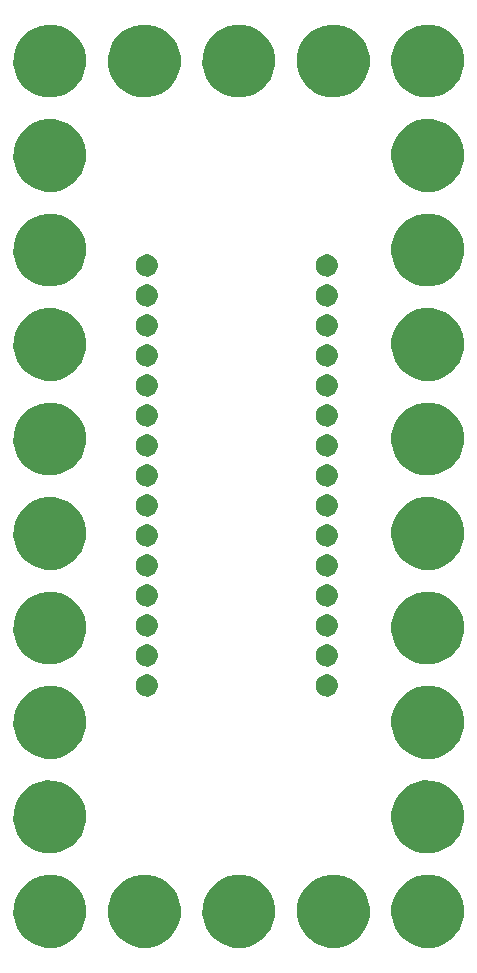
<source format=gbs>
%TF.GenerationSoftware,KiCad,Pcbnew,4.0.5-e0-6337~49~ubuntu16.04.1*%
%TF.CreationDate,2017-02-14T00:23:44-08:00*%
%TF.ProjectId,5x10-Arduino-Nano-Breakout,357831302D41726475696E6F2D4E616E,1.0*%
%TF.FileFunction,Soldermask,Bot*%
%FSLAX46Y46*%
G04 Gerber Fmt 4.6, Leading zero omitted, Abs format (unit mm)*
G04 Created by KiCad (PCBNEW 4.0.5-e0-6337~49~ubuntu16.04.1) date Tue Feb 14 00:23:44 2017*
%MOMM*%
%LPD*%
G01*
G04 APERTURE LIST*
%ADD10C,0.350000*%
G04 APERTURE END LIST*
D10*
G36*
X26486910Y-142371647D02*
X27077855Y-142492951D01*
X27633998Y-142726732D01*
X28134134Y-143064078D01*
X28559221Y-143492143D01*
X28893066Y-143994621D01*
X29122956Y-144552376D01*
X29240064Y-145143814D01*
X29240064Y-145143824D01*
X29240131Y-145144163D01*
X29230510Y-145833216D01*
X29230433Y-145833554D01*
X29230433Y-145833562D01*
X29096857Y-146421501D01*
X28851485Y-146972616D01*
X28503737Y-147465578D01*
X28066862Y-147881609D01*
X27557500Y-148204861D01*
X26995054Y-148423019D01*
X26400947Y-148527776D01*
X25797803Y-148515142D01*
X25208600Y-148385597D01*
X24655782Y-148144077D01*
X24160407Y-147799782D01*
X23741337Y-147365823D01*
X23414538Y-146858730D01*
X23192456Y-146297814D01*
X23083555Y-145704458D01*
X23091977Y-145101241D01*
X23217406Y-144511147D01*
X23455059Y-143956658D01*
X23795891Y-143458888D01*
X24226912Y-143036800D01*
X24731713Y-142706468D01*
X25291059Y-142480477D01*
X25883645Y-142367436D01*
X26486910Y-142371647D01*
X26486910Y-142371647D01*
G37*
G36*
X34485910Y-142371647D02*
X35076855Y-142492951D01*
X35632998Y-142726732D01*
X36133134Y-143064078D01*
X36558221Y-143492143D01*
X36892066Y-143994621D01*
X37121956Y-144552376D01*
X37239064Y-145143814D01*
X37239064Y-145143824D01*
X37239131Y-145144163D01*
X37229510Y-145833216D01*
X37229433Y-145833554D01*
X37229433Y-145833562D01*
X37095857Y-146421501D01*
X36850485Y-146972616D01*
X36502737Y-147465578D01*
X36065862Y-147881609D01*
X35556500Y-148204861D01*
X34994054Y-148423019D01*
X34399947Y-148527776D01*
X33796803Y-148515142D01*
X33207600Y-148385597D01*
X32654782Y-148144077D01*
X32159407Y-147799782D01*
X31740337Y-147365823D01*
X31413538Y-146858730D01*
X31191456Y-146297814D01*
X31082555Y-145704458D01*
X31090977Y-145101241D01*
X31216406Y-144511147D01*
X31454059Y-143956658D01*
X31794891Y-143458888D01*
X32225912Y-143036800D01*
X32730713Y-142706468D01*
X33290059Y-142480477D01*
X33882645Y-142367436D01*
X34485910Y-142371647D01*
X34485910Y-142371647D01*
G37*
G36*
X50485910Y-142371647D02*
X51076855Y-142492951D01*
X51632998Y-142726732D01*
X52133134Y-143064078D01*
X52558221Y-143492143D01*
X52892066Y-143994621D01*
X53121956Y-144552376D01*
X53239064Y-145143814D01*
X53239064Y-145143824D01*
X53239131Y-145144163D01*
X53229510Y-145833216D01*
X53229433Y-145833554D01*
X53229433Y-145833562D01*
X53095857Y-146421501D01*
X52850485Y-146972616D01*
X52502737Y-147465578D01*
X52065862Y-147881609D01*
X51556500Y-148204861D01*
X50994054Y-148423019D01*
X50399947Y-148527776D01*
X49796803Y-148515142D01*
X49207600Y-148385597D01*
X48654782Y-148144077D01*
X48159407Y-147799782D01*
X47740337Y-147365823D01*
X47413538Y-146858730D01*
X47191456Y-146297814D01*
X47082555Y-145704458D01*
X47090977Y-145101241D01*
X47216406Y-144511147D01*
X47454059Y-143956658D01*
X47794891Y-143458888D01*
X48225912Y-143036800D01*
X48730713Y-142706468D01*
X49290059Y-142480477D01*
X49882645Y-142367436D01*
X50485910Y-142371647D01*
X50485910Y-142371647D01*
G37*
G36*
X58485910Y-142371647D02*
X59076855Y-142492951D01*
X59632998Y-142726732D01*
X60133134Y-143064078D01*
X60558221Y-143492143D01*
X60892066Y-143994621D01*
X61121956Y-144552376D01*
X61239064Y-145143814D01*
X61239064Y-145143824D01*
X61239131Y-145144163D01*
X61229510Y-145833216D01*
X61229433Y-145833554D01*
X61229433Y-145833562D01*
X61095857Y-146421501D01*
X60850485Y-146972616D01*
X60502737Y-147465578D01*
X60065862Y-147881609D01*
X59556500Y-148204861D01*
X58994054Y-148423019D01*
X58399947Y-148527776D01*
X57796803Y-148515142D01*
X57207600Y-148385597D01*
X56654782Y-148144077D01*
X56159407Y-147799782D01*
X55740337Y-147365823D01*
X55413538Y-146858730D01*
X55191456Y-146297814D01*
X55082555Y-145704458D01*
X55090977Y-145101241D01*
X55216406Y-144511147D01*
X55454059Y-143956658D01*
X55794891Y-143458888D01*
X56225912Y-143036800D01*
X56730713Y-142706468D01*
X57290059Y-142480477D01*
X57882645Y-142367436D01*
X58485910Y-142371647D01*
X58485910Y-142371647D01*
G37*
G36*
X42485910Y-142371647D02*
X43076855Y-142492951D01*
X43632998Y-142726732D01*
X44133134Y-143064078D01*
X44558221Y-143492143D01*
X44892066Y-143994621D01*
X45121956Y-144552376D01*
X45239064Y-145143814D01*
X45239064Y-145143824D01*
X45239131Y-145144163D01*
X45229510Y-145833216D01*
X45229433Y-145833554D01*
X45229433Y-145833562D01*
X45095857Y-146421501D01*
X44850485Y-146972616D01*
X44502737Y-147465578D01*
X44065862Y-147881609D01*
X43556500Y-148204861D01*
X42994054Y-148423019D01*
X42399947Y-148527776D01*
X41796803Y-148515142D01*
X41207600Y-148385597D01*
X40654782Y-148144077D01*
X40159407Y-147799782D01*
X39740337Y-147365823D01*
X39413538Y-146858730D01*
X39191456Y-146297814D01*
X39082555Y-145704458D01*
X39090977Y-145101241D01*
X39216406Y-144511147D01*
X39454059Y-143956658D01*
X39794891Y-143458888D01*
X40225912Y-143036800D01*
X40730713Y-142706468D01*
X41290059Y-142480477D01*
X41882645Y-142367436D01*
X42485910Y-142371647D01*
X42485910Y-142371647D01*
G37*
G36*
X26486910Y-134371647D02*
X27077855Y-134492951D01*
X27633998Y-134726732D01*
X28134134Y-135064078D01*
X28559221Y-135492143D01*
X28893066Y-135994621D01*
X29122956Y-136552376D01*
X29240064Y-137143814D01*
X29240064Y-137143824D01*
X29240131Y-137144163D01*
X29230510Y-137833216D01*
X29230433Y-137833554D01*
X29230433Y-137833562D01*
X29096857Y-138421501D01*
X28851485Y-138972616D01*
X28503737Y-139465578D01*
X28066862Y-139881609D01*
X27557500Y-140204861D01*
X26995054Y-140423019D01*
X26400947Y-140527776D01*
X25797803Y-140515142D01*
X25208600Y-140385597D01*
X24655782Y-140144077D01*
X24160407Y-139799782D01*
X23741337Y-139365823D01*
X23414538Y-138858730D01*
X23192456Y-138297814D01*
X23083555Y-137704458D01*
X23091977Y-137101241D01*
X23217406Y-136511147D01*
X23455059Y-135956658D01*
X23795891Y-135458888D01*
X24226912Y-135036800D01*
X24731713Y-134706468D01*
X25291059Y-134480477D01*
X25883645Y-134367436D01*
X26486910Y-134371647D01*
X26486910Y-134371647D01*
G37*
G36*
X58485910Y-134371647D02*
X59076855Y-134492951D01*
X59632998Y-134726732D01*
X60133134Y-135064078D01*
X60558221Y-135492143D01*
X60892066Y-135994621D01*
X61121956Y-136552376D01*
X61239064Y-137143814D01*
X61239064Y-137143824D01*
X61239131Y-137144163D01*
X61229510Y-137833216D01*
X61229433Y-137833554D01*
X61229433Y-137833562D01*
X61095857Y-138421501D01*
X60850485Y-138972616D01*
X60502737Y-139465578D01*
X60065862Y-139881609D01*
X59556500Y-140204861D01*
X58994054Y-140423019D01*
X58399947Y-140527776D01*
X57796803Y-140515142D01*
X57207600Y-140385597D01*
X56654782Y-140144077D01*
X56159407Y-139799782D01*
X55740337Y-139365823D01*
X55413538Y-138858730D01*
X55191456Y-138297814D01*
X55082555Y-137704458D01*
X55090977Y-137101241D01*
X55216406Y-136511147D01*
X55454059Y-135956658D01*
X55794891Y-135458888D01*
X56225912Y-135036800D01*
X56730713Y-134706468D01*
X57290059Y-134480477D01*
X57882645Y-134367436D01*
X58485910Y-134371647D01*
X58485910Y-134371647D01*
G37*
G36*
X58485910Y-126371647D02*
X59076855Y-126492951D01*
X59632998Y-126726732D01*
X60133134Y-127064078D01*
X60558221Y-127492143D01*
X60892066Y-127994621D01*
X61121956Y-128552376D01*
X61239064Y-129143814D01*
X61239064Y-129143824D01*
X61239131Y-129144163D01*
X61229510Y-129833216D01*
X61229433Y-129833554D01*
X61229433Y-129833562D01*
X61095857Y-130421501D01*
X60850485Y-130972616D01*
X60502737Y-131465578D01*
X60065862Y-131881609D01*
X59556500Y-132204861D01*
X58994054Y-132423019D01*
X58399947Y-132527776D01*
X57796803Y-132515142D01*
X57207600Y-132385597D01*
X56654782Y-132144077D01*
X56159407Y-131799782D01*
X55740337Y-131365823D01*
X55413538Y-130858730D01*
X55191456Y-130297814D01*
X55082555Y-129704458D01*
X55090977Y-129101241D01*
X55216406Y-128511147D01*
X55454059Y-127956658D01*
X55794891Y-127458888D01*
X56225912Y-127036800D01*
X56730713Y-126706468D01*
X57290059Y-126480477D01*
X57882645Y-126367436D01*
X58485910Y-126371647D01*
X58485910Y-126371647D01*
G37*
G36*
X26486910Y-126371647D02*
X27077855Y-126492951D01*
X27633998Y-126726732D01*
X28134134Y-127064078D01*
X28559221Y-127492143D01*
X28893066Y-127994621D01*
X29122956Y-128552376D01*
X29240064Y-129143814D01*
X29240064Y-129143824D01*
X29240131Y-129144163D01*
X29230510Y-129833216D01*
X29230433Y-129833554D01*
X29230433Y-129833562D01*
X29096857Y-130421501D01*
X28851485Y-130972616D01*
X28503737Y-131465578D01*
X28066862Y-131881609D01*
X27557500Y-132204861D01*
X26995054Y-132423019D01*
X26400947Y-132527776D01*
X25797803Y-132515142D01*
X25208600Y-132385597D01*
X24655782Y-132144077D01*
X24160407Y-131799782D01*
X23741337Y-131365823D01*
X23414538Y-130858730D01*
X23192456Y-130297814D01*
X23083555Y-129704458D01*
X23091977Y-129101241D01*
X23217406Y-128511147D01*
X23455059Y-127956658D01*
X23795891Y-127458888D01*
X24226912Y-127036800D01*
X24731713Y-126706468D01*
X25291059Y-126480477D01*
X25883645Y-126367436D01*
X26486910Y-126371647D01*
X26486910Y-126371647D01*
G37*
G36*
X49708515Y-125377124D02*
X49889048Y-125414183D01*
X50058958Y-125485606D01*
X50211749Y-125588666D01*
X50341621Y-125719446D01*
X50443610Y-125872953D01*
X50513843Y-126043351D01*
X50549572Y-126223799D01*
X50549572Y-126223804D01*
X50549640Y-126224148D01*
X50546701Y-126434658D01*
X50546624Y-126434996D01*
X50546624Y-126435006D01*
X50505870Y-126614386D01*
X50430908Y-126782752D01*
X50324668Y-126933356D01*
X50191199Y-127060457D01*
X50035584Y-127159214D01*
X49863754Y-127225862D01*
X49682252Y-127257866D01*
X49497986Y-127254006D01*
X49317979Y-127214429D01*
X49149088Y-127140643D01*
X48997750Y-127035460D01*
X48869721Y-126902882D01*
X48769881Y-126747961D01*
X48702032Y-126576593D01*
X48668763Y-126395323D01*
X48671335Y-126211036D01*
X48709656Y-126030756D01*
X48782259Y-125861357D01*
X48886387Y-125709284D01*
X49018066Y-125580333D01*
X49172287Y-125479414D01*
X49343172Y-125410372D01*
X49524209Y-125375838D01*
X49708515Y-125377124D01*
X49708515Y-125377124D01*
G37*
G36*
X34468515Y-125377124D02*
X34649048Y-125414183D01*
X34818958Y-125485606D01*
X34971749Y-125588666D01*
X35101621Y-125719446D01*
X35203610Y-125872953D01*
X35273843Y-126043351D01*
X35309572Y-126223799D01*
X35309572Y-126223804D01*
X35309640Y-126224148D01*
X35306701Y-126434658D01*
X35306624Y-126434996D01*
X35306624Y-126435006D01*
X35265870Y-126614386D01*
X35190908Y-126782752D01*
X35084668Y-126933356D01*
X34951199Y-127060457D01*
X34795584Y-127159214D01*
X34623754Y-127225862D01*
X34442252Y-127257866D01*
X34257986Y-127254006D01*
X34077979Y-127214429D01*
X33909088Y-127140643D01*
X33757750Y-127035460D01*
X33629721Y-126902882D01*
X33529881Y-126747961D01*
X33462032Y-126576593D01*
X33428763Y-126395323D01*
X33431335Y-126211036D01*
X33469656Y-126030756D01*
X33542259Y-125861357D01*
X33646387Y-125709284D01*
X33778066Y-125580333D01*
X33932287Y-125479414D01*
X34103172Y-125410372D01*
X34284209Y-125375838D01*
X34468515Y-125377124D01*
X34468515Y-125377124D01*
G37*
G36*
X49708515Y-122837124D02*
X49889048Y-122874183D01*
X50058958Y-122945606D01*
X50211749Y-123048666D01*
X50341621Y-123179446D01*
X50443610Y-123332953D01*
X50513843Y-123503351D01*
X50549572Y-123683799D01*
X50549572Y-123683804D01*
X50549640Y-123684148D01*
X50546701Y-123894658D01*
X50546624Y-123894996D01*
X50546624Y-123895006D01*
X50505870Y-124074386D01*
X50430908Y-124242752D01*
X50324668Y-124393356D01*
X50191199Y-124520457D01*
X50035584Y-124619214D01*
X49863754Y-124685862D01*
X49682252Y-124717866D01*
X49497986Y-124714006D01*
X49317979Y-124674429D01*
X49149088Y-124600643D01*
X48997750Y-124495460D01*
X48869721Y-124362882D01*
X48769881Y-124207961D01*
X48702032Y-124036593D01*
X48668763Y-123855323D01*
X48671335Y-123671036D01*
X48709656Y-123490756D01*
X48782259Y-123321357D01*
X48886387Y-123169284D01*
X49018066Y-123040333D01*
X49172287Y-122939414D01*
X49343172Y-122870372D01*
X49524209Y-122835838D01*
X49708515Y-122837124D01*
X49708515Y-122837124D01*
G37*
G36*
X34468515Y-122837124D02*
X34649048Y-122874183D01*
X34818958Y-122945606D01*
X34971749Y-123048666D01*
X35101621Y-123179446D01*
X35203610Y-123332953D01*
X35273843Y-123503351D01*
X35309572Y-123683799D01*
X35309572Y-123683804D01*
X35309640Y-123684148D01*
X35306701Y-123894658D01*
X35306624Y-123894996D01*
X35306624Y-123895006D01*
X35265870Y-124074386D01*
X35190908Y-124242752D01*
X35084668Y-124393356D01*
X34951199Y-124520457D01*
X34795584Y-124619214D01*
X34623754Y-124685862D01*
X34442252Y-124717866D01*
X34257986Y-124714006D01*
X34077979Y-124674429D01*
X33909088Y-124600643D01*
X33757750Y-124495460D01*
X33629721Y-124362882D01*
X33529881Y-124207961D01*
X33462032Y-124036593D01*
X33428763Y-123855323D01*
X33431335Y-123671036D01*
X33469656Y-123490756D01*
X33542259Y-123321357D01*
X33646387Y-123169284D01*
X33778066Y-123040333D01*
X33932287Y-122939414D01*
X34103172Y-122870372D01*
X34284209Y-122835838D01*
X34468515Y-122837124D01*
X34468515Y-122837124D01*
G37*
G36*
X58485910Y-118371647D02*
X59076855Y-118492951D01*
X59632998Y-118726732D01*
X60133134Y-119064078D01*
X60558221Y-119492143D01*
X60892066Y-119994621D01*
X61121956Y-120552376D01*
X61239064Y-121143814D01*
X61239064Y-121143824D01*
X61239131Y-121144163D01*
X61229510Y-121833216D01*
X61229433Y-121833554D01*
X61229433Y-121833562D01*
X61095857Y-122421501D01*
X60850485Y-122972616D01*
X60502737Y-123465578D01*
X60065862Y-123881609D01*
X59556500Y-124204861D01*
X58994054Y-124423019D01*
X58399947Y-124527776D01*
X57796803Y-124515142D01*
X57207600Y-124385597D01*
X56654782Y-124144077D01*
X56159407Y-123799782D01*
X55740337Y-123365823D01*
X55413538Y-122858730D01*
X55191456Y-122297814D01*
X55082555Y-121704458D01*
X55090977Y-121101241D01*
X55216406Y-120511147D01*
X55454059Y-119956658D01*
X55794891Y-119458888D01*
X56225912Y-119036800D01*
X56730713Y-118706468D01*
X57290059Y-118480477D01*
X57882645Y-118367436D01*
X58485910Y-118371647D01*
X58485910Y-118371647D01*
G37*
G36*
X26486910Y-118371647D02*
X27077855Y-118492951D01*
X27633998Y-118726732D01*
X28134134Y-119064078D01*
X28559221Y-119492143D01*
X28893066Y-119994621D01*
X29122956Y-120552376D01*
X29240064Y-121143814D01*
X29240064Y-121143824D01*
X29240131Y-121144163D01*
X29230510Y-121833216D01*
X29230433Y-121833554D01*
X29230433Y-121833562D01*
X29096857Y-122421501D01*
X28851485Y-122972616D01*
X28503737Y-123465578D01*
X28066862Y-123881609D01*
X27557500Y-124204861D01*
X26995054Y-124423019D01*
X26400947Y-124527776D01*
X25797803Y-124515142D01*
X25208600Y-124385597D01*
X24655782Y-124144077D01*
X24160407Y-123799782D01*
X23741337Y-123365823D01*
X23414538Y-122858730D01*
X23192456Y-122297814D01*
X23083555Y-121704458D01*
X23091977Y-121101241D01*
X23217406Y-120511147D01*
X23455059Y-119956658D01*
X23795891Y-119458888D01*
X24226912Y-119036800D01*
X24731713Y-118706468D01*
X25291059Y-118480477D01*
X25883645Y-118367436D01*
X26486910Y-118371647D01*
X26486910Y-118371647D01*
G37*
G36*
X49708515Y-120297124D02*
X49889048Y-120334183D01*
X50058958Y-120405606D01*
X50211749Y-120508666D01*
X50341621Y-120639446D01*
X50443610Y-120792953D01*
X50513843Y-120963351D01*
X50549572Y-121143799D01*
X50549572Y-121143804D01*
X50549640Y-121144148D01*
X50546701Y-121354658D01*
X50546624Y-121354996D01*
X50546624Y-121355006D01*
X50505870Y-121534386D01*
X50430908Y-121702752D01*
X50324668Y-121853356D01*
X50191199Y-121980457D01*
X50035584Y-122079214D01*
X49863754Y-122145862D01*
X49682252Y-122177866D01*
X49497986Y-122174006D01*
X49317979Y-122134429D01*
X49149088Y-122060643D01*
X48997750Y-121955460D01*
X48869721Y-121822882D01*
X48769881Y-121667961D01*
X48702032Y-121496593D01*
X48668763Y-121315323D01*
X48671335Y-121131036D01*
X48709656Y-120950756D01*
X48782259Y-120781357D01*
X48886387Y-120629284D01*
X49018066Y-120500333D01*
X49172287Y-120399414D01*
X49343172Y-120330372D01*
X49524209Y-120295838D01*
X49708515Y-120297124D01*
X49708515Y-120297124D01*
G37*
G36*
X34468515Y-120297124D02*
X34649048Y-120334183D01*
X34818958Y-120405606D01*
X34971749Y-120508666D01*
X35101621Y-120639446D01*
X35203610Y-120792953D01*
X35273843Y-120963351D01*
X35309572Y-121143799D01*
X35309572Y-121143804D01*
X35309640Y-121144148D01*
X35306701Y-121354658D01*
X35306624Y-121354996D01*
X35306624Y-121355006D01*
X35265870Y-121534386D01*
X35190908Y-121702752D01*
X35084668Y-121853356D01*
X34951199Y-121980457D01*
X34795584Y-122079214D01*
X34623754Y-122145862D01*
X34442252Y-122177866D01*
X34257986Y-122174006D01*
X34077979Y-122134429D01*
X33909088Y-122060643D01*
X33757750Y-121955460D01*
X33629721Y-121822882D01*
X33529881Y-121667961D01*
X33462032Y-121496593D01*
X33428763Y-121315323D01*
X33431335Y-121131036D01*
X33469656Y-120950756D01*
X33542259Y-120781357D01*
X33646387Y-120629284D01*
X33778066Y-120500333D01*
X33932287Y-120399414D01*
X34103172Y-120330372D01*
X34284209Y-120295838D01*
X34468515Y-120297124D01*
X34468515Y-120297124D01*
G37*
G36*
X49708515Y-117757124D02*
X49889048Y-117794183D01*
X50058958Y-117865606D01*
X50211749Y-117968666D01*
X50341621Y-118099446D01*
X50443610Y-118252953D01*
X50513843Y-118423351D01*
X50549572Y-118603799D01*
X50549572Y-118603804D01*
X50549640Y-118604148D01*
X50546701Y-118814658D01*
X50546624Y-118814996D01*
X50546624Y-118815006D01*
X50505870Y-118994386D01*
X50430908Y-119162752D01*
X50324668Y-119313356D01*
X50191199Y-119440457D01*
X50035584Y-119539214D01*
X49863754Y-119605862D01*
X49682252Y-119637866D01*
X49497986Y-119634006D01*
X49317979Y-119594429D01*
X49149088Y-119520643D01*
X48997750Y-119415460D01*
X48869721Y-119282882D01*
X48769881Y-119127961D01*
X48702032Y-118956593D01*
X48668763Y-118775323D01*
X48671335Y-118591036D01*
X48709656Y-118410756D01*
X48782259Y-118241357D01*
X48886387Y-118089284D01*
X49018066Y-117960333D01*
X49172287Y-117859414D01*
X49343172Y-117790372D01*
X49524209Y-117755838D01*
X49708515Y-117757124D01*
X49708515Y-117757124D01*
G37*
G36*
X34468515Y-117757124D02*
X34649048Y-117794183D01*
X34818958Y-117865606D01*
X34971749Y-117968666D01*
X35101621Y-118099446D01*
X35203610Y-118252953D01*
X35273843Y-118423351D01*
X35309572Y-118603799D01*
X35309572Y-118603804D01*
X35309640Y-118604148D01*
X35306701Y-118814658D01*
X35306624Y-118814996D01*
X35306624Y-118815006D01*
X35265870Y-118994386D01*
X35190908Y-119162752D01*
X35084668Y-119313356D01*
X34951199Y-119440457D01*
X34795584Y-119539214D01*
X34623754Y-119605862D01*
X34442252Y-119637866D01*
X34257986Y-119634006D01*
X34077979Y-119594429D01*
X33909088Y-119520643D01*
X33757750Y-119415460D01*
X33629721Y-119282882D01*
X33529881Y-119127961D01*
X33462032Y-118956593D01*
X33428763Y-118775323D01*
X33431335Y-118591036D01*
X33469656Y-118410756D01*
X33542259Y-118241357D01*
X33646387Y-118089284D01*
X33778066Y-117960333D01*
X33932287Y-117859414D01*
X34103172Y-117790372D01*
X34284209Y-117755838D01*
X34468515Y-117757124D01*
X34468515Y-117757124D01*
G37*
G36*
X49708515Y-115217124D02*
X49889048Y-115254183D01*
X50058958Y-115325606D01*
X50211749Y-115428666D01*
X50341621Y-115559446D01*
X50443610Y-115712953D01*
X50513843Y-115883351D01*
X50549572Y-116063799D01*
X50549572Y-116063804D01*
X50549640Y-116064148D01*
X50546701Y-116274658D01*
X50546624Y-116274996D01*
X50546624Y-116275006D01*
X50505870Y-116454386D01*
X50430908Y-116622752D01*
X50324668Y-116773356D01*
X50191199Y-116900457D01*
X50035584Y-116999214D01*
X49863754Y-117065862D01*
X49682252Y-117097866D01*
X49497986Y-117094006D01*
X49317979Y-117054429D01*
X49149088Y-116980643D01*
X48997750Y-116875460D01*
X48869721Y-116742882D01*
X48769881Y-116587961D01*
X48702032Y-116416593D01*
X48668763Y-116235323D01*
X48671335Y-116051036D01*
X48709656Y-115870756D01*
X48782259Y-115701357D01*
X48886387Y-115549284D01*
X49018066Y-115420333D01*
X49172287Y-115319414D01*
X49343172Y-115250372D01*
X49524209Y-115215838D01*
X49708515Y-115217124D01*
X49708515Y-115217124D01*
G37*
G36*
X34468515Y-115217124D02*
X34649048Y-115254183D01*
X34818958Y-115325606D01*
X34971749Y-115428666D01*
X35101621Y-115559446D01*
X35203610Y-115712953D01*
X35273843Y-115883351D01*
X35309572Y-116063799D01*
X35309572Y-116063804D01*
X35309640Y-116064148D01*
X35306701Y-116274658D01*
X35306624Y-116274996D01*
X35306624Y-116275006D01*
X35265870Y-116454386D01*
X35190908Y-116622752D01*
X35084668Y-116773356D01*
X34951199Y-116900457D01*
X34795584Y-116999214D01*
X34623754Y-117065862D01*
X34442252Y-117097866D01*
X34257986Y-117094006D01*
X34077979Y-117054429D01*
X33909088Y-116980643D01*
X33757750Y-116875460D01*
X33629721Y-116742882D01*
X33529881Y-116587961D01*
X33462032Y-116416593D01*
X33428763Y-116235323D01*
X33431335Y-116051036D01*
X33469656Y-115870756D01*
X33542259Y-115701357D01*
X33646387Y-115549284D01*
X33778066Y-115420333D01*
X33932287Y-115319414D01*
X34103172Y-115250372D01*
X34284209Y-115215838D01*
X34468515Y-115217124D01*
X34468515Y-115217124D01*
G37*
G36*
X58485910Y-110371647D02*
X59076855Y-110492951D01*
X59632998Y-110726732D01*
X60133134Y-111064078D01*
X60558221Y-111492143D01*
X60892066Y-111994621D01*
X61121956Y-112552376D01*
X61239064Y-113143814D01*
X61239064Y-113143824D01*
X61239131Y-113144163D01*
X61229510Y-113833216D01*
X61229433Y-113833554D01*
X61229433Y-113833562D01*
X61095857Y-114421501D01*
X60850485Y-114972616D01*
X60502737Y-115465578D01*
X60065862Y-115881609D01*
X59556500Y-116204861D01*
X58994054Y-116423019D01*
X58399947Y-116527776D01*
X57796803Y-116515142D01*
X57207600Y-116385597D01*
X56654782Y-116144077D01*
X56159407Y-115799782D01*
X55740337Y-115365823D01*
X55413538Y-114858730D01*
X55191456Y-114297814D01*
X55082555Y-113704458D01*
X55090977Y-113101241D01*
X55216406Y-112511147D01*
X55454059Y-111956658D01*
X55794891Y-111458888D01*
X56225912Y-111036800D01*
X56730713Y-110706468D01*
X57290059Y-110480477D01*
X57882645Y-110367436D01*
X58485910Y-110371647D01*
X58485910Y-110371647D01*
G37*
G36*
X26486910Y-110371647D02*
X27077855Y-110492951D01*
X27633998Y-110726732D01*
X28134134Y-111064078D01*
X28559221Y-111492143D01*
X28893066Y-111994621D01*
X29122956Y-112552376D01*
X29240064Y-113143814D01*
X29240064Y-113143824D01*
X29240131Y-113144163D01*
X29230510Y-113833216D01*
X29230433Y-113833554D01*
X29230433Y-113833562D01*
X29096857Y-114421501D01*
X28851485Y-114972616D01*
X28503737Y-115465578D01*
X28066862Y-115881609D01*
X27557500Y-116204861D01*
X26995054Y-116423019D01*
X26400947Y-116527776D01*
X25797803Y-116515142D01*
X25208600Y-116385597D01*
X24655782Y-116144077D01*
X24160407Y-115799782D01*
X23741337Y-115365823D01*
X23414538Y-114858730D01*
X23192456Y-114297814D01*
X23083555Y-113704458D01*
X23091977Y-113101241D01*
X23217406Y-112511147D01*
X23455059Y-111956658D01*
X23795891Y-111458888D01*
X24226912Y-111036800D01*
X24731713Y-110706468D01*
X25291059Y-110480477D01*
X25883645Y-110367436D01*
X26486910Y-110371647D01*
X26486910Y-110371647D01*
G37*
G36*
X34468515Y-112677124D02*
X34649048Y-112714183D01*
X34818958Y-112785606D01*
X34971749Y-112888666D01*
X35101621Y-113019446D01*
X35203610Y-113172953D01*
X35273843Y-113343351D01*
X35309572Y-113523799D01*
X35309572Y-113523804D01*
X35309640Y-113524148D01*
X35306701Y-113734658D01*
X35306624Y-113734996D01*
X35306624Y-113735006D01*
X35265870Y-113914386D01*
X35190908Y-114082752D01*
X35084668Y-114233356D01*
X34951199Y-114360457D01*
X34795584Y-114459214D01*
X34623754Y-114525862D01*
X34442252Y-114557866D01*
X34257986Y-114554006D01*
X34077979Y-114514429D01*
X33909088Y-114440643D01*
X33757750Y-114335460D01*
X33629721Y-114202882D01*
X33529881Y-114047961D01*
X33462032Y-113876593D01*
X33428763Y-113695323D01*
X33431335Y-113511036D01*
X33469656Y-113330756D01*
X33542259Y-113161357D01*
X33646387Y-113009284D01*
X33778066Y-112880333D01*
X33932287Y-112779414D01*
X34103172Y-112710372D01*
X34284209Y-112675838D01*
X34468515Y-112677124D01*
X34468515Y-112677124D01*
G37*
G36*
X49708515Y-112677124D02*
X49889048Y-112714183D01*
X50058958Y-112785606D01*
X50211749Y-112888666D01*
X50341621Y-113019446D01*
X50443610Y-113172953D01*
X50513843Y-113343351D01*
X50549572Y-113523799D01*
X50549572Y-113523804D01*
X50549640Y-113524148D01*
X50546701Y-113734658D01*
X50546624Y-113734996D01*
X50546624Y-113735006D01*
X50505870Y-113914386D01*
X50430908Y-114082752D01*
X50324668Y-114233356D01*
X50191199Y-114360457D01*
X50035584Y-114459214D01*
X49863754Y-114525862D01*
X49682252Y-114557866D01*
X49497986Y-114554006D01*
X49317979Y-114514429D01*
X49149088Y-114440643D01*
X48997750Y-114335460D01*
X48869721Y-114202882D01*
X48769881Y-114047961D01*
X48702032Y-113876593D01*
X48668763Y-113695323D01*
X48671335Y-113511036D01*
X48709656Y-113330756D01*
X48782259Y-113161357D01*
X48886387Y-113009284D01*
X49018066Y-112880333D01*
X49172287Y-112779414D01*
X49343172Y-112710372D01*
X49524209Y-112675838D01*
X49708515Y-112677124D01*
X49708515Y-112677124D01*
G37*
G36*
X49708515Y-110137124D02*
X49889048Y-110174183D01*
X50058958Y-110245606D01*
X50211749Y-110348666D01*
X50341621Y-110479446D01*
X50443610Y-110632953D01*
X50513843Y-110803351D01*
X50549572Y-110983799D01*
X50549572Y-110983804D01*
X50549640Y-110984148D01*
X50546701Y-111194658D01*
X50546624Y-111194996D01*
X50546624Y-111195006D01*
X50505870Y-111374386D01*
X50430908Y-111542752D01*
X50324668Y-111693356D01*
X50191199Y-111820457D01*
X50035584Y-111919214D01*
X49863754Y-111985862D01*
X49682252Y-112017866D01*
X49497986Y-112014006D01*
X49317979Y-111974429D01*
X49149088Y-111900643D01*
X48997750Y-111795460D01*
X48869721Y-111662882D01*
X48769881Y-111507961D01*
X48702032Y-111336593D01*
X48668763Y-111155323D01*
X48671335Y-110971036D01*
X48709656Y-110790756D01*
X48782259Y-110621357D01*
X48886387Y-110469284D01*
X49018066Y-110340333D01*
X49172287Y-110239414D01*
X49343172Y-110170372D01*
X49524209Y-110135838D01*
X49708515Y-110137124D01*
X49708515Y-110137124D01*
G37*
G36*
X34468515Y-110137124D02*
X34649048Y-110174183D01*
X34818958Y-110245606D01*
X34971749Y-110348666D01*
X35101621Y-110479446D01*
X35203610Y-110632953D01*
X35273843Y-110803351D01*
X35309572Y-110983799D01*
X35309572Y-110983804D01*
X35309640Y-110984148D01*
X35306701Y-111194658D01*
X35306624Y-111194996D01*
X35306624Y-111195006D01*
X35265870Y-111374386D01*
X35190908Y-111542752D01*
X35084668Y-111693356D01*
X34951199Y-111820457D01*
X34795584Y-111919214D01*
X34623754Y-111985862D01*
X34442252Y-112017866D01*
X34257986Y-112014006D01*
X34077979Y-111974429D01*
X33909088Y-111900643D01*
X33757750Y-111795460D01*
X33629721Y-111662882D01*
X33529881Y-111507961D01*
X33462032Y-111336593D01*
X33428763Y-111155323D01*
X33431335Y-110971036D01*
X33469656Y-110790756D01*
X33542259Y-110621357D01*
X33646387Y-110469284D01*
X33778066Y-110340333D01*
X33932287Y-110239414D01*
X34103172Y-110170372D01*
X34284209Y-110135838D01*
X34468515Y-110137124D01*
X34468515Y-110137124D01*
G37*
G36*
X34468515Y-107597124D02*
X34649048Y-107634183D01*
X34818958Y-107705606D01*
X34971749Y-107808666D01*
X35101621Y-107939446D01*
X35203610Y-108092953D01*
X35273843Y-108263351D01*
X35309572Y-108443799D01*
X35309572Y-108443804D01*
X35309640Y-108444148D01*
X35306701Y-108654658D01*
X35306624Y-108654996D01*
X35306624Y-108655006D01*
X35265870Y-108834386D01*
X35190908Y-109002752D01*
X35084668Y-109153356D01*
X34951199Y-109280457D01*
X34795584Y-109379214D01*
X34623754Y-109445862D01*
X34442252Y-109477866D01*
X34257986Y-109474006D01*
X34077979Y-109434429D01*
X33909088Y-109360643D01*
X33757750Y-109255460D01*
X33629721Y-109122882D01*
X33529881Y-108967961D01*
X33462032Y-108796593D01*
X33428763Y-108615323D01*
X33431335Y-108431036D01*
X33469656Y-108250756D01*
X33542259Y-108081357D01*
X33646387Y-107929284D01*
X33778066Y-107800333D01*
X33932287Y-107699414D01*
X34103172Y-107630372D01*
X34284209Y-107595838D01*
X34468515Y-107597124D01*
X34468515Y-107597124D01*
G37*
G36*
X49708515Y-107597124D02*
X49889048Y-107634183D01*
X50058958Y-107705606D01*
X50211749Y-107808666D01*
X50341621Y-107939446D01*
X50443610Y-108092953D01*
X50513843Y-108263351D01*
X50549572Y-108443799D01*
X50549572Y-108443804D01*
X50549640Y-108444148D01*
X50546701Y-108654658D01*
X50546624Y-108654996D01*
X50546624Y-108655006D01*
X50505870Y-108834386D01*
X50430908Y-109002752D01*
X50324668Y-109153356D01*
X50191199Y-109280457D01*
X50035584Y-109379214D01*
X49863754Y-109445862D01*
X49682252Y-109477866D01*
X49497986Y-109474006D01*
X49317979Y-109434429D01*
X49149088Y-109360643D01*
X48997750Y-109255460D01*
X48869721Y-109122882D01*
X48769881Y-108967961D01*
X48702032Y-108796593D01*
X48668763Y-108615323D01*
X48671335Y-108431036D01*
X48709656Y-108250756D01*
X48782259Y-108081357D01*
X48886387Y-107929284D01*
X49018066Y-107800333D01*
X49172287Y-107699414D01*
X49343172Y-107630372D01*
X49524209Y-107595838D01*
X49708515Y-107597124D01*
X49708515Y-107597124D01*
G37*
G36*
X58485910Y-102371647D02*
X59076855Y-102492951D01*
X59632998Y-102726732D01*
X60133134Y-103064078D01*
X60558221Y-103492143D01*
X60892066Y-103994621D01*
X61121956Y-104552376D01*
X61239064Y-105143814D01*
X61239064Y-105143824D01*
X61239131Y-105144163D01*
X61229510Y-105833216D01*
X61229433Y-105833554D01*
X61229433Y-105833562D01*
X61095857Y-106421501D01*
X60850485Y-106972616D01*
X60502737Y-107465578D01*
X60065862Y-107881609D01*
X59556500Y-108204861D01*
X58994054Y-108423019D01*
X58399947Y-108527776D01*
X57796803Y-108515142D01*
X57207600Y-108385597D01*
X56654782Y-108144077D01*
X56159407Y-107799782D01*
X55740337Y-107365823D01*
X55413538Y-106858730D01*
X55191456Y-106297814D01*
X55082555Y-105704458D01*
X55090977Y-105101241D01*
X55216406Y-104511147D01*
X55454059Y-103956658D01*
X55794891Y-103458888D01*
X56225912Y-103036800D01*
X56730713Y-102706468D01*
X57290059Y-102480477D01*
X57882645Y-102367436D01*
X58485910Y-102371647D01*
X58485910Y-102371647D01*
G37*
G36*
X26485910Y-102371647D02*
X27076855Y-102492951D01*
X27632998Y-102726732D01*
X28133134Y-103064078D01*
X28558221Y-103492143D01*
X28892066Y-103994621D01*
X29121956Y-104552376D01*
X29239064Y-105143814D01*
X29239064Y-105143824D01*
X29239131Y-105144163D01*
X29229510Y-105833216D01*
X29229433Y-105833554D01*
X29229433Y-105833562D01*
X29095857Y-106421501D01*
X28850485Y-106972616D01*
X28502737Y-107465578D01*
X28065862Y-107881609D01*
X27556500Y-108204861D01*
X26994054Y-108423019D01*
X26399947Y-108527776D01*
X25796803Y-108515142D01*
X25207600Y-108385597D01*
X24654782Y-108144077D01*
X24159407Y-107799782D01*
X23740337Y-107365823D01*
X23413538Y-106858730D01*
X23191456Y-106297814D01*
X23082555Y-105704458D01*
X23090977Y-105101241D01*
X23216406Y-104511147D01*
X23454059Y-103956658D01*
X23794891Y-103458888D01*
X24225912Y-103036800D01*
X24730713Y-102706468D01*
X25290059Y-102480477D01*
X25882645Y-102367436D01*
X26485910Y-102371647D01*
X26485910Y-102371647D01*
G37*
G36*
X49708515Y-105057124D02*
X49889048Y-105094183D01*
X50058958Y-105165606D01*
X50211749Y-105268666D01*
X50341621Y-105399446D01*
X50443610Y-105552953D01*
X50513843Y-105723351D01*
X50549572Y-105903799D01*
X50549572Y-105903804D01*
X50549640Y-105904148D01*
X50546701Y-106114658D01*
X50546624Y-106114996D01*
X50546624Y-106115006D01*
X50505870Y-106294386D01*
X50430908Y-106462752D01*
X50324668Y-106613356D01*
X50191199Y-106740457D01*
X50035584Y-106839214D01*
X49863754Y-106905862D01*
X49682252Y-106937866D01*
X49497986Y-106934006D01*
X49317979Y-106894429D01*
X49149088Y-106820643D01*
X48997750Y-106715460D01*
X48869721Y-106582882D01*
X48769881Y-106427961D01*
X48702032Y-106256593D01*
X48668763Y-106075323D01*
X48671335Y-105891036D01*
X48709656Y-105710756D01*
X48782259Y-105541357D01*
X48886387Y-105389284D01*
X49018066Y-105260333D01*
X49172287Y-105159414D01*
X49343172Y-105090372D01*
X49524209Y-105055838D01*
X49708515Y-105057124D01*
X49708515Y-105057124D01*
G37*
G36*
X34468515Y-105057124D02*
X34649048Y-105094183D01*
X34818958Y-105165606D01*
X34971749Y-105268666D01*
X35101621Y-105399446D01*
X35203610Y-105552953D01*
X35273843Y-105723351D01*
X35309572Y-105903799D01*
X35309572Y-105903804D01*
X35309640Y-105904148D01*
X35306701Y-106114658D01*
X35306624Y-106114996D01*
X35306624Y-106115006D01*
X35265870Y-106294386D01*
X35190908Y-106462752D01*
X35084668Y-106613356D01*
X34951199Y-106740457D01*
X34795584Y-106839214D01*
X34623754Y-106905862D01*
X34442252Y-106937866D01*
X34257986Y-106934006D01*
X34077979Y-106894429D01*
X33909088Y-106820643D01*
X33757750Y-106715460D01*
X33629721Y-106582882D01*
X33529881Y-106427961D01*
X33462032Y-106256593D01*
X33428763Y-106075323D01*
X33431335Y-105891036D01*
X33469656Y-105710756D01*
X33542259Y-105541357D01*
X33646387Y-105389284D01*
X33778066Y-105260333D01*
X33932287Y-105159414D01*
X34103172Y-105090372D01*
X34284209Y-105055838D01*
X34468515Y-105057124D01*
X34468515Y-105057124D01*
G37*
G36*
X34468515Y-102517124D02*
X34649048Y-102554183D01*
X34818958Y-102625606D01*
X34971749Y-102728666D01*
X35101621Y-102859446D01*
X35203610Y-103012953D01*
X35273843Y-103183351D01*
X35309572Y-103363799D01*
X35309572Y-103363804D01*
X35309640Y-103364148D01*
X35306701Y-103574658D01*
X35306624Y-103574996D01*
X35306624Y-103575006D01*
X35265870Y-103754386D01*
X35190908Y-103922752D01*
X35084668Y-104073356D01*
X34951199Y-104200457D01*
X34795584Y-104299214D01*
X34623754Y-104365862D01*
X34442252Y-104397866D01*
X34257986Y-104394006D01*
X34077979Y-104354429D01*
X33909088Y-104280643D01*
X33757750Y-104175460D01*
X33629721Y-104042882D01*
X33529881Y-103887961D01*
X33462032Y-103716593D01*
X33428763Y-103535323D01*
X33431335Y-103351036D01*
X33469656Y-103170756D01*
X33542259Y-103001357D01*
X33646387Y-102849284D01*
X33778066Y-102720333D01*
X33932287Y-102619414D01*
X34103172Y-102550372D01*
X34284209Y-102515838D01*
X34468515Y-102517124D01*
X34468515Y-102517124D01*
G37*
G36*
X49708515Y-102517124D02*
X49889048Y-102554183D01*
X50058958Y-102625606D01*
X50211749Y-102728666D01*
X50341621Y-102859446D01*
X50443610Y-103012953D01*
X50513843Y-103183351D01*
X50549572Y-103363799D01*
X50549572Y-103363804D01*
X50549640Y-103364148D01*
X50546701Y-103574658D01*
X50546624Y-103574996D01*
X50546624Y-103575006D01*
X50505870Y-103754386D01*
X50430908Y-103922752D01*
X50324668Y-104073356D01*
X50191199Y-104200457D01*
X50035584Y-104299214D01*
X49863754Y-104365862D01*
X49682252Y-104397866D01*
X49497986Y-104394006D01*
X49317979Y-104354429D01*
X49149088Y-104280643D01*
X48997750Y-104175460D01*
X48869721Y-104042882D01*
X48769881Y-103887961D01*
X48702032Y-103716593D01*
X48668763Y-103535323D01*
X48671335Y-103351036D01*
X48709656Y-103170756D01*
X48782259Y-103001357D01*
X48886387Y-102849284D01*
X49018066Y-102720333D01*
X49172287Y-102619414D01*
X49343172Y-102550372D01*
X49524209Y-102515838D01*
X49708515Y-102517124D01*
X49708515Y-102517124D01*
G37*
G36*
X34468515Y-99977124D02*
X34649048Y-100014183D01*
X34818958Y-100085606D01*
X34971749Y-100188666D01*
X35101621Y-100319446D01*
X35203610Y-100472953D01*
X35273843Y-100643351D01*
X35309572Y-100823799D01*
X35309572Y-100823804D01*
X35309640Y-100824148D01*
X35306701Y-101034658D01*
X35306624Y-101034996D01*
X35306624Y-101035006D01*
X35265870Y-101214386D01*
X35190908Y-101382752D01*
X35084668Y-101533356D01*
X34951199Y-101660457D01*
X34795584Y-101759214D01*
X34623754Y-101825862D01*
X34442252Y-101857866D01*
X34257986Y-101854006D01*
X34077979Y-101814429D01*
X33909088Y-101740643D01*
X33757750Y-101635460D01*
X33629721Y-101502882D01*
X33529881Y-101347961D01*
X33462032Y-101176593D01*
X33428763Y-100995323D01*
X33431335Y-100811036D01*
X33469656Y-100630756D01*
X33542259Y-100461357D01*
X33646387Y-100309284D01*
X33778066Y-100180333D01*
X33932287Y-100079414D01*
X34103172Y-100010372D01*
X34284209Y-99975838D01*
X34468515Y-99977124D01*
X34468515Y-99977124D01*
G37*
G36*
X49708515Y-99977124D02*
X49889048Y-100014183D01*
X50058958Y-100085606D01*
X50211749Y-100188666D01*
X50341621Y-100319446D01*
X50443610Y-100472953D01*
X50513843Y-100643351D01*
X50549572Y-100823799D01*
X50549572Y-100823804D01*
X50549640Y-100824148D01*
X50546701Y-101034658D01*
X50546624Y-101034996D01*
X50546624Y-101035006D01*
X50505870Y-101214386D01*
X50430908Y-101382752D01*
X50324668Y-101533356D01*
X50191199Y-101660457D01*
X50035584Y-101759214D01*
X49863754Y-101825862D01*
X49682252Y-101857866D01*
X49497986Y-101854006D01*
X49317979Y-101814429D01*
X49149088Y-101740643D01*
X48997750Y-101635460D01*
X48869721Y-101502882D01*
X48769881Y-101347961D01*
X48702032Y-101176593D01*
X48668763Y-100995323D01*
X48671335Y-100811036D01*
X48709656Y-100630756D01*
X48782259Y-100461357D01*
X48886387Y-100309284D01*
X49018066Y-100180333D01*
X49172287Y-100079414D01*
X49343172Y-100010372D01*
X49524209Y-99975838D01*
X49708515Y-99977124D01*
X49708515Y-99977124D01*
G37*
G36*
X26486910Y-94371647D02*
X27077855Y-94492951D01*
X27633998Y-94726732D01*
X28134134Y-95064078D01*
X28559221Y-95492143D01*
X28893066Y-95994621D01*
X29122956Y-96552376D01*
X29240064Y-97143814D01*
X29240064Y-97143824D01*
X29240131Y-97144163D01*
X29230510Y-97833216D01*
X29230433Y-97833554D01*
X29230433Y-97833562D01*
X29096857Y-98421501D01*
X28851485Y-98972616D01*
X28503737Y-99465578D01*
X28066862Y-99881609D01*
X27557500Y-100204861D01*
X26995054Y-100423019D01*
X26400947Y-100527776D01*
X25797803Y-100515142D01*
X25208600Y-100385597D01*
X24655782Y-100144077D01*
X24160407Y-99799782D01*
X23741337Y-99365823D01*
X23414538Y-98858730D01*
X23192456Y-98297814D01*
X23083555Y-97704458D01*
X23091977Y-97101241D01*
X23217406Y-96511147D01*
X23455059Y-95956658D01*
X23795891Y-95458888D01*
X24226912Y-95036800D01*
X24731713Y-94706468D01*
X25291059Y-94480477D01*
X25883645Y-94367436D01*
X26486910Y-94371647D01*
X26486910Y-94371647D01*
G37*
G36*
X58485910Y-94371647D02*
X59076855Y-94492951D01*
X59632998Y-94726732D01*
X60133134Y-95064078D01*
X60558221Y-95492143D01*
X60892066Y-95994621D01*
X61121956Y-96552376D01*
X61239064Y-97143814D01*
X61239064Y-97143824D01*
X61239131Y-97144163D01*
X61229510Y-97833216D01*
X61229433Y-97833554D01*
X61229433Y-97833562D01*
X61095857Y-98421501D01*
X60850485Y-98972616D01*
X60502737Y-99465578D01*
X60065862Y-99881609D01*
X59556500Y-100204861D01*
X58994054Y-100423019D01*
X58399947Y-100527776D01*
X57796803Y-100515142D01*
X57207600Y-100385597D01*
X56654782Y-100144077D01*
X56159407Y-99799782D01*
X55740337Y-99365823D01*
X55413538Y-98858730D01*
X55191456Y-98297814D01*
X55082555Y-97704458D01*
X55090977Y-97101241D01*
X55216406Y-96511147D01*
X55454059Y-95956658D01*
X55794891Y-95458888D01*
X56225912Y-95036800D01*
X56730713Y-94706468D01*
X57290059Y-94480477D01*
X57882645Y-94367436D01*
X58485910Y-94371647D01*
X58485910Y-94371647D01*
G37*
G36*
X34468515Y-97437124D02*
X34649048Y-97474183D01*
X34818958Y-97545606D01*
X34971749Y-97648666D01*
X35101621Y-97779446D01*
X35203610Y-97932953D01*
X35273843Y-98103351D01*
X35309572Y-98283799D01*
X35309572Y-98283804D01*
X35309640Y-98284148D01*
X35306701Y-98494658D01*
X35306624Y-98494996D01*
X35306624Y-98495006D01*
X35265870Y-98674386D01*
X35190908Y-98842752D01*
X35084668Y-98993356D01*
X34951199Y-99120457D01*
X34795584Y-99219214D01*
X34623754Y-99285862D01*
X34442252Y-99317866D01*
X34257986Y-99314006D01*
X34077979Y-99274429D01*
X33909088Y-99200643D01*
X33757750Y-99095460D01*
X33629721Y-98962882D01*
X33529881Y-98807961D01*
X33462032Y-98636593D01*
X33428763Y-98455323D01*
X33431335Y-98271036D01*
X33469656Y-98090756D01*
X33542259Y-97921357D01*
X33646387Y-97769284D01*
X33778066Y-97640333D01*
X33932287Y-97539414D01*
X34103172Y-97470372D01*
X34284209Y-97435838D01*
X34468515Y-97437124D01*
X34468515Y-97437124D01*
G37*
G36*
X49708515Y-97437124D02*
X49889048Y-97474183D01*
X50058958Y-97545606D01*
X50211749Y-97648666D01*
X50341621Y-97779446D01*
X50443610Y-97932953D01*
X50513843Y-98103351D01*
X50549572Y-98283799D01*
X50549572Y-98283804D01*
X50549640Y-98284148D01*
X50546701Y-98494658D01*
X50546624Y-98494996D01*
X50546624Y-98495006D01*
X50505870Y-98674386D01*
X50430908Y-98842752D01*
X50324668Y-98993356D01*
X50191199Y-99120457D01*
X50035584Y-99219214D01*
X49863754Y-99285862D01*
X49682252Y-99317866D01*
X49497986Y-99314006D01*
X49317979Y-99274429D01*
X49149088Y-99200643D01*
X48997750Y-99095460D01*
X48869721Y-98962882D01*
X48769881Y-98807961D01*
X48702032Y-98636593D01*
X48668763Y-98455323D01*
X48671335Y-98271036D01*
X48709656Y-98090756D01*
X48782259Y-97921357D01*
X48886387Y-97769284D01*
X49018066Y-97640333D01*
X49172287Y-97539414D01*
X49343172Y-97470372D01*
X49524209Y-97435838D01*
X49708515Y-97437124D01*
X49708515Y-97437124D01*
G37*
G36*
X49708515Y-94897124D02*
X49889048Y-94934183D01*
X50058958Y-95005606D01*
X50211749Y-95108666D01*
X50341621Y-95239446D01*
X50443610Y-95392953D01*
X50513843Y-95563351D01*
X50549572Y-95743799D01*
X50549572Y-95743804D01*
X50549640Y-95744148D01*
X50546701Y-95954658D01*
X50546624Y-95954996D01*
X50546624Y-95955006D01*
X50505870Y-96134386D01*
X50430908Y-96302752D01*
X50324668Y-96453356D01*
X50191199Y-96580457D01*
X50035584Y-96679214D01*
X49863754Y-96745862D01*
X49682252Y-96777866D01*
X49497986Y-96774006D01*
X49317979Y-96734429D01*
X49149088Y-96660643D01*
X48997750Y-96555460D01*
X48869721Y-96422882D01*
X48769881Y-96267961D01*
X48702032Y-96096593D01*
X48668763Y-95915323D01*
X48671335Y-95731036D01*
X48709656Y-95550756D01*
X48782259Y-95381357D01*
X48886387Y-95229284D01*
X49018066Y-95100333D01*
X49172287Y-94999414D01*
X49343172Y-94930372D01*
X49524209Y-94895838D01*
X49708515Y-94897124D01*
X49708515Y-94897124D01*
G37*
G36*
X34468515Y-94897124D02*
X34649048Y-94934183D01*
X34818958Y-95005606D01*
X34971749Y-95108666D01*
X35101621Y-95239446D01*
X35203610Y-95392953D01*
X35273843Y-95563351D01*
X35309572Y-95743799D01*
X35309572Y-95743804D01*
X35309640Y-95744148D01*
X35306701Y-95954658D01*
X35306624Y-95954996D01*
X35306624Y-95955006D01*
X35265870Y-96134386D01*
X35190908Y-96302752D01*
X35084668Y-96453356D01*
X34951199Y-96580457D01*
X34795584Y-96679214D01*
X34623754Y-96745862D01*
X34442252Y-96777866D01*
X34257986Y-96774006D01*
X34077979Y-96734429D01*
X33909088Y-96660643D01*
X33757750Y-96555460D01*
X33629721Y-96422882D01*
X33529881Y-96267961D01*
X33462032Y-96096593D01*
X33428763Y-95915323D01*
X33431335Y-95731036D01*
X33469656Y-95550756D01*
X33542259Y-95381357D01*
X33646387Y-95229284D01*
X33778066Y-95100333D01*
X33932287Y-94999414D01*
X34103172Y-94930372D01*
X34284209Y-94895838D01*
X34468515Y-94897124D01*
X34468515Y-94897124D01*
G37*
G36*
X34468515Y-92357124D02*
X34649048Y-92394183D01*
X34818958Y-92465606D01*
X34971749Y-92568666D01*
X35101621Y-92699446D01*
X35203610Y-92852953D01*
X35273843Y-93023351D01*
X35309572Y-93203799D01*
X35309572Y-93203804D01*
X35309640Y-93204148D01*
X35306701Y-93414658D01*
X35306624Y-93414996D01*
X35306624Y-93415006D01*
X35265870Y-93594386D01*
X35190908Y-93762752D01*
X35084668Y-93913356D01*
X34951199Y-94040457D01*
X34795584Y-94139214D01*
X34623754Y-94205862D01*
X34442252Y-94237866D01*
X34257986Y-94234006D01*
X34077979Y-94194429D01*
X33909088Y-94120643D01*
X33757750Y-94015460D01*
X33629721Y-93882882D01*
X33529881Y-93727961D01*
X33462032Y-93556593D01*
X33428763Y-93375323D01*
X33431335Y-93191036D01*
X33469656Y-93010756D01*
X33542259Y-92841357D01*
X33646387Y-92689284D01*
X33778066Y-92560333D01*
X33932287Y-92459414D01*
X34103172Y-92390372D01*
X34284209Y-92355838D01*
X34468515Y-92357124D01*
X34468515Y-92357124D01*
G37*
G36*
X49708515Y-92357124D02*
X49889048Y-92394183D01*
X50058958Y-92465606D01*
X50211749Y-92568666D01*
X50341621Y-92699446D01*
X50443610Y-92852953D01*
X50513843Y-93023351D01*
X50549572Y-93203799D01*
X50549572Y-93203804D01*
X50549640Y-93204148D01*
X50546701Y-93414658D01*
X50546624Y-93414996D01*
X50546624Y-93415006D01*
X50505870Y-93594386D01*
X50430908Y-93762752D01*
X50324668Y-93913356D01*
X50191199Y-94040457D01*
X50035584Y-94139214D01*
X49863754Y-94205862D01*
X49682252Y-94237866D01*
X49497986Y-94234006D01*
X49317979Y-94194429D01*
X49149088Y-94120643D01*
X48997750Y-94015460D01*
X48869721Y-93882882D01*
X48769881Y-93727961D01*
X48702032Y-93556593D01*
X48668763Y-93375323D01*
X48671335Y-93191036D01*
X48709656Y-93010756D01*
X48782259Y-92841357D01*
X48886387Y-92689284D01*
X49018066Y-92560333D01*
X49172287Y-92459414D01*
X49343172Y-92390372D01*
X49524209Y-92355838D01*
X49708515Y-92357124D01*
X49708515Y-92357124D01*
G37*
G36*
X26485910Y-86371647D02*
X27076855Y-86492951D01*
X27632998Y-86726732D01*
X28133134Y-87064078D01*
X28558221Y-87492143D01*
X28892066Y-87994621D01*
X29121956Y-88552376D01*
X29239064Y-89143814D01*
X29239064Y-89143824D01*
X29239131Y-89144163D01*
X29229510Y-89833216D01*
X29229433Y-89833554D01*
X29229433Y-89833562D01*
X29095857Y-90421501D01*
X28850485Y-90972616D01*
X28502737Y-91465578D01*
X28065862Y-91881609D01*
X27556500Y-92204861D01*
X26994054Y-92423019D01*
X26399947Y-92527776D01*
X25796803Y-92515142D01*
X25207600Y-92385597D01*
X24654782Y-92144077D01*
X24159407Y-91799782D01*
X23740337Y-91365823D01*
X23413538Y-90858730D01*
X23191456Y-90297814D01*
X23082555Y-89704458D01*
X23090977Y-89101241D01*
X23216406Y-88511147D01*
X23454059Y-87956658D01*
X23794891Y-87458888D01*
X24225912Y-87036800D01*
X24730713Y-86706468D01*
X25290059Y-86480477D01*
X25882645Y-86367436D01*
X26485910Y-86371647D01*
X26485910Y-86371647D01*
G37*
G36*
X58485910Y-86371647D02*
X59076855Y-86492951D01*
X59632998Y-86726732D01*
X60133134Y-87064078D01*
X60558221Y-87492143D01*
X60892066Y-87994621D01*
X61121956Y-88552376D01*
X61239064Y-89143814D01*
X61239064Y-89143824D01*
X61239131Y-89144163D01*
X61229510Y-89833216D01*
X61229433Y-89833554D01*
X61229433Y-89833562D01*
X61095857Y-90421501D01*
X60850485Y-90972616D01*
X60502737Y-91465578D01*
X60065862Y-91881609D01*
X59556500Y-92204861D01*
X58994054Y-92423019D01*
X58399947Y-92527776D01*
X57796803Y-92515142D01*
X57207600Y-92385597D01*
X56654782Y-92144077D01*
X56159407Y-91799782D01*
X55740337Y-91365823D01*
X55413538Y-90858730D01*
X55191456Y-90297814D01*
X55082555Y-89704458D01*
X55090977Y-89101241D01*
X55216406Y-88511147D01*
X55454059Y-87956658D01*
X55794891Y-87458888D01*
X56225912Y-87036800D01*
X56730713Y-86706468D01*
X57290059Y-86480477D01*
X57882645Y-86367436D01*
X58485910Y-86371647D01*
X58485910Y-86371647D01*
G37*
G36*
X49708515Y-89817124D02*
X49889048Y-89854183D01*
X50058958Y-89925606D01*
X50211749Y-90028666D01*
X50341621Y-90159446D01*
X50443610Y-90312953D01*
X50513843Y-90483351D01*
X50549572Y-90663799D01*
X50549572Y-90663804D01*
X50549640Y-90664148D01*
X50546701Y-90874658D01*
X50546624Y-90874996D01*
X50546624Y-90875006D01*
X50505870Y-91054386D01*
X50430908Y-91222752D01*
X50324668Y-91373356D01*
X50191199Y-91500457D01*
X50035584Y-91599214D01*
X49863754Y-91665862D01*
X49682252Y-91697866D01*
X49497986Y-91694006D01*
X49317979Y-91654429D01*
X49149088Y-91580643D01*
X48997750Y-91475460D01*
X48869721Y-91342882D01*
X48769881Y-91187961D01*
X48702032Y-91016593D01*
X48668763Y-90835323D01*
X48671335Y-90651036D01*
X48709656Y-90470756D01*
X48782259Y-90301357D01*
X48886387Y-90149284D01*
X49018066Y-90020333D01*
X49172287Y-89919414D01*
X49343172Y-89850372D01*
X49524209Y-89815838D01*
X49708515Y-89817124D01*
X49708515Y-89817124D01*
G37*
G36*
X34468515Y-89817124D02*
X34649048Y-89854183D01*
X34818958Y-89925606D01*
X34971749Y-90028666D01*
X35101621Y-90159446D01*
X35203610Y-90312953D01*
X35273843Y-90483351D01*
X35309572Y-90663799D01*
X35309572Y-90663804D01*
X35309640Y-90664148D01*
X35306701Y-90874658D01*
X35306624Y-90874996D01*
X35306624Y-90875006D01*
X35265870Y-91054386D01*
X35190908Y-91222752D01*
X35084668Y-91373356D01*
X34951199Y-91500457D01*
X34795584Y-91599214D01*
X34623754Y-91665862D01*
X34442252Y-91697866D01*
X34257986Y-91694006D01*
X34077979Y-91654429D01*
X33909088Y-91580643D01*
X33757750Y-91475460D01*
X33629721Y-91342882D01*
X33529881Y-91187961D01*
X33462032Y-91016593D01*
X33428763Y-90835323D01*
X33431335Y-90651036D01*
X33469656Y-90470756D01*
X33542259Y-90301357D01*
X33646387Y-90149284D01*
X33778066Y-90020333D01*
X33932287Y-89919414D01*
X34103172Y-89850372D01*
X34284209Y-89815838D01*
X34468515Y-89817124D01*
X34468515Y-89817124D01*
G37*
G36*
X26485910Y-78371647D02*
X27076855Y-78492951D01*
X27632998Y-78726732D01*
X28133134Y-79064078D01*
X28558221Y-79492143D01*
X28892066Y-79994621D01*
X29121956Y-80552376D01*
X29239064Y-81143814D01*
X29239064Y-81143824D01*
X29239131Y-81144163D01*
X29229510Y-81833216D01*
X29229433Y-81833554D01*
X29229433Y-81833562D01*
X29095857Y-82421501D01*
X28850485Y-82972616D01*
X28502737Y-83465578D01*
X28065862Y-83881609D01*
X27556500Y-84204861D01*
X26994054Y-84423019D01*
X26399947Y-84527776D01*
X25796803Y-84515142D01*
X25207600Y-84385597D01*
X24654782Y-84144077D01*
X24159407Y-83799782D01*
X23740337Y-83365823D01*
X23413538Y-82858730D01*
X23191456Y-82297814D01*
X23082555Y-81704458D01*
X23090977Y-81101241D01*
X23216406Y-80511147D01*
X23454059Y-79956658D01*
X23794891Y-79458888D01*
X24225912Y-79036800D01*
X24730713Y-78706468D01*
X25290059Y-78480477D01*
X25882645Y-78367436D01*
X26485910Y-78371647D01*
X26485910Y-78371647D01*
G37*
G36*
X58485910Y-78371647D02*
X59076855Y-78492951D01*
X59632998Y-78726732D01*
X60133134Y-79064078D01*
X60558221Y-79492143D01*
X60892066Y-79994621D01*
X61121956Y-80552376D01*
X61239064Y-81143814D01*
X61239064Y-81143824D01*
X61239131Y-81144163D01*
X61229510Y-81833216D01*
X61229433Y-81833554D01*
X61229433Y-81833562D01*
X61095857Y-82421501D01*
X60850485Y-82972616D01*
X60502737Y-83465578D01*
X60065862Y-83881609D01*
X59556500Y-84204861D01*
X58994054Y-84423019D01*
X58399947Y-84527776D01*
X57796803Y-84515142D01*
X57207600Y-84385597D01*
X56654782Y-84144077D01*
X56159407Y-83799782D01*
X55740337Y-83365823D01*
X55413538Y-82858730D01*
X55191456Y-82297814D01*
X55082555Y-81704458D01*
X55090977Y-81101241D01*
X55216406Y-80511147D01*
X55454059Y-79956658D01*
X55794891Y-79458888D01*
X56225912Y-79036800D01*
X56730713Y-78706468D01*
X57290059Y-78480477D01*
X57882645Y-78367436D01*
X58485910Y-78371647D01*
X58485910Y-78371647D01*
G37*
G36*
X26486910Y-70371647D02*
X27077855Y-70492951D01*
X27633998Y-70726732D01*
X28134134Y-71064078D01*
X28559221Y-71492143D01*
X28893066Y-71994621D01*
X29122956Y-72552376D01*
X29240064Y-73143814D01*
X29240064Y-73143824D01*
X29240131Y-73144163D01*
X29230510Y-73833216D01*
X29230433Y-73833554D01*
X29230433Y-73833562D01*
X29096857Y-74421501D01*
X28851485Y-74972616D01*
X28503737Y-75465578D01*
X28066862Y-75881609D01*
X27557500Y-76204861D01*
X26995054Y-76423019D01*
X26400947Y-76527776D01*
X25797803Y-76515142D01*
X25208600Y-76385597D01*
X24655782Y-76144077D01*
X24160407Y-75799782D01*
X23741337Y-75365823D01*
X23414538Y-74858730D01*
X23192456Y-74297814D01*
X23083555Y-73704458D01*
X23091977Y-73101241D01*
X23217406Y-72511147D01*
X23455059Y-71956658D01*
X23795891Y-71458888D01*
X24226912Y-71036800D01*
X24731713Y-70706468D01*
X25291059Y-70480477D01*
X25883645Y-70367436D01*
X26486910Y-70371647D01*
X26486910Y-70371647D01*
G37*
G36*
X34485910Y-70371647D02*
X35076855Y-70492951D01*
X35632998Y-70726732D01*
X36133134Y-71064078D01*
X36558221Y-71492143D01*
X36892066Y-71994621D01*
X37121956Y-72552376D01*
X37239064Y-73143814D01*
X37239064Y-73143824D01*
X37239131Y-73144163D01*
X37229510Y-73833216D01*
X37229433Y-73833554D01*
X37229433Y-73833562D01*
X37095857Y-74421501D01*
X36850485Y-74972616D01*
X36502737Y-75465578D01*
X36065862Y-75881609D01*
X35556500Y-76204861D01*
X34994054Y-76423019D01*
X34399947Y-76527776D01*
X33796803Y-76515142D01*
X33207600Y-76385597D01*
X32654782Y-76144077D01*
X32159407Y-75799782D01*
X31740337Y-75365823D01*
X31413538Y-74858730D01*
X31191456Y-74297814D01*
X31082555Y-73704458D01*
X31090977Y-73101241D01*
X31216406Y-72511147D01*
X31454059Y-71956658D01*
X31794891Y-71458888D01*
X32225912Y-71036800D01*
X32730713Y-70706468D01*
X33290059Y-70480477D01*
X33882645Y-70367436D01*
X34485910Y-70371647D01*
X34485910Y-70371647D01*
G37*
G36*
X42485910Y-70371647D02*
X43076855Y-70492951D01*
X43632998Y-70726732D01*
X44133134Y-71064078D01*
X44558221Y-71492143D01*
X44892066Y-71994621D01*
X45121956Y-72552376D01*
X45239064Y-73143814D01*
X45239064Y-73143824D01*
X45239131Y-73144163D01*
X45229510Y-73833216D01*
X45229433Y-73833554D01*
X45229433Y-73833562D01*
X45095857Y-74421501D01*
X44850485Y-74972616D01*
X44502737Y-75465578D01*
X44065862Y-75881609D01*
X43556500Y-76204861D01*
X42994054Y-76423019D01*
X42399947Y-76527776D01*
X41796803Y-76515142D01*
X41207600Y-76385597D01*
X40654782Y-76144077D01*
X40159407Y-75799782D01*
X39740337Y-75365823D01*
X39413538Y-74858730D01*
X39191456Y-74297814D01*
X39082555Y-73704458D01*
X39090977Y-73101241D01*
X39216406Y-72511147D01*
X39454059Y-71956658D01*
X39794891Y-71458888D01*
X40225912Y-71036800D01*
X40730713Y-70706468D01*
X41290059Y-70480477D01*
X41882645Y-70367436D01*
X42485910Y-70371647D01*
X42485910Y-70371647D01*
G37*
G36*
X50485910Y-70371647D02*
X51076855Y-70492951D01*
X51632998Y-70726732D01*
X52133134Y-71064078D01*
X52558221Y-71492143D01*
X52892066Y-71994621D01*
X53121956Y-72552376D01*
X53239064Y-73143814D01*
X53239064Y-73143824D01*
X53239131Y-73144163D01*
X53229510Y-73833216D01*
X53229433Y-73833554D01*
X53229433Y-73833562D01*
X53095857Y-74421501D01*
X52850485Y-74972616D01*
X52502737Y-75465578D01*
X52065862Y-75881609D01*
X51556500Y-76204861D01*
X50994054Y-76423019D01*
X50399947Y-76527776D01*
X49796803Y-76515142D01*
X49207600Y-76385597D01*
X48654782Y-76144077D01*
X48159407Y-75799782D01*
X47740337Y-75365823D01*
X47413538Y-74858730D01*
X47191456Y-74297814D01*
X47082555Y-73704458D01*
X47090977Y-73101241D01*
X47216406Y-72511147D01*
X47454059Y-71956658D01*
X47794891Y-71458888D01*
X48225912Y-71036800D01*
X48730713Y-70706468D01*
X49290059Y-70480477D01*
X49882645Y-70367436D01*
X50485910Y-70371647D01*
X50485910Y-70371647D01*
G37*
G36*
X58485910Y-70371647D02*
X59076855Y-70492951D01*
X59632998Y-70726732D01*
X60133134Y-71064078D01*
X60558221Y-71492143D01*
X60892066Y-71994621D01*
X61121956Y-72552376D01*
X61239064Y-73143814D01*
X61239064Y-73143824D01*
X61239131Y-73144163D01*
X61229510Y-73833216D01*
X61229433Y-73833554D01*
X61229433Y-73833562D01*
X61095857Y-74421501D01*
X60850485Y-74972616D01*
X60502737Y-75465578D01*
X60065862Y-75881609D01*
X59556500Y-76204861D01*
X58994054Y-76423019D01*
X58399947Y-76527776D01*
X57796803Y-76515142D01*
X57207600Y-76385597D01*
X56654782Y-76144077D01*
X56159407Y-75799782D01*
X55740337Y-75365823D01*
X55413538Y-74858730D01*
X55191456Y-74297814D01*
X55082555Y-73704458D01*
X55090977Y-73101241D01*
X55216406Y-72511147D01*
X55454059Y-71956658D01*
X55794891Y-71458888D01*
X56225912Y-71036800D01*
X56730713Y-70706468D01*
X57290059Y-70480477D01*
X57882645Y-70367436D01*
X58485910Y-70371647D01*
X58485910Y-70371647D01*
G37*
M02*

</source>
